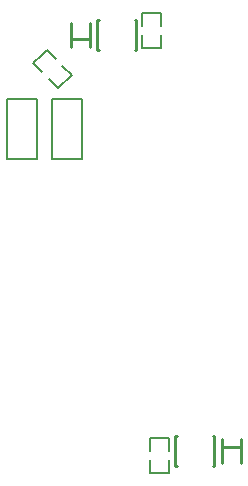
<source format=gbo>
G04 Layer: BottomSilkLayer*
G04 EasyEDA v6.3.22, 2020-01-22T11:07:26+01:00*
G04 3ac4b1cc3e28459caadfcca9b74a0810,6ac03ef627a24f5ab7c901ca926ad83b,10*
G04 Gerber Generator version 0.2*
G04 Scale: 100 percent, Rotated: No, Reflected: No *
G04 Dimensions in millimeters *
G04 leading zeros omitted , absolute positions ,3 integer and 3 decimal *
%FSLAX33Y33*%
%MOMM*%
G90*
G71D02*

%ADD10C,0.254000*%
%ADD29C,0.203200*%
%ADD30C,0.200000*%

%LPD*%
G54D29*
G01X13223Y39510D02*
G01X15738Y39510D01*
G01X15738Y44590D01*
G01X13223Y44590D01*
G01X13223Y39510D01*
G01X19553Y44570D02*
G01X17039Y44570D01*
G01X17039Y39490D01*
G01X19553Y39490D01*
G01X19553Y44570D01*
G54D30*
G01X26934Y14769D02*
G01X26934Y15869D01*
G01X25333Y15869D01*
G01X25333Y14769D01*
G01X26934Y13970D02*
G01X26934Y12870D01*
G01X25934Y12870D01*
G01X25333Y12870D01*
G01X25333Y13970D01*
G54D10*
G01X30754Y16010D02*
G01X30754Y13510D01*
G01X30628Y13510D01*
G01X27454Y16010D02*
G01X27454Y13510D01*
G01X27580Y13510D01*
G01X30754Y16010D02*
G01X30628Y16010D01*
G01X27454Y16010D02*
G01X27580Y16010D01*
G01X31394Y15770D02*
G01X31394Y13770D01*
G01X32994Y15770D02*
G01X32994Y13770D01*
G01X31394Y15121D02*
G01X32994Y15121D01*
G54D30*
G01X24683Y49950D02*
G01X24683Y48850D01*
G01X26283Y48850D01*
G01X26283Y49950D01*
G01X24683Y50750D02*
G01X24683Y51850D01*
G01X25683Y51850D01*
G01X26283Y51850D01*
G01X26283Y50750D01*
G54D10*
G01X20863Y48710D02*
G01X20863Y51210D01*
G01X20989Y51210D01*
G01X24163Y48710D02*
G01X24163Y51210D01*
G01X24037Y51210D01*
G01X20863Y48710D02*
G01X20989Y48710D01*
G01X24163Y48710D02*
G01X24037Y48710D01*
G01X20223Y48950D02*
G01X20223Y50950D01*
G01X18623Y48950D02*
G01X18623Y50950D01*
G01X20223Y49598D02*
G01X18623Y49598D01*
G54D30*
G01X16775Y46236D02*
G01X17553Y45458D01*
G01X18685Y46590D01*
G01X17907Y47368D01*
G01X16210Y46802D02*
G01X15432Y47580D01*
G01X16139Y48287D01*
G01X16563Y48711D01*
G01X17341Y47933D01*
M00*
M02*

</source>
